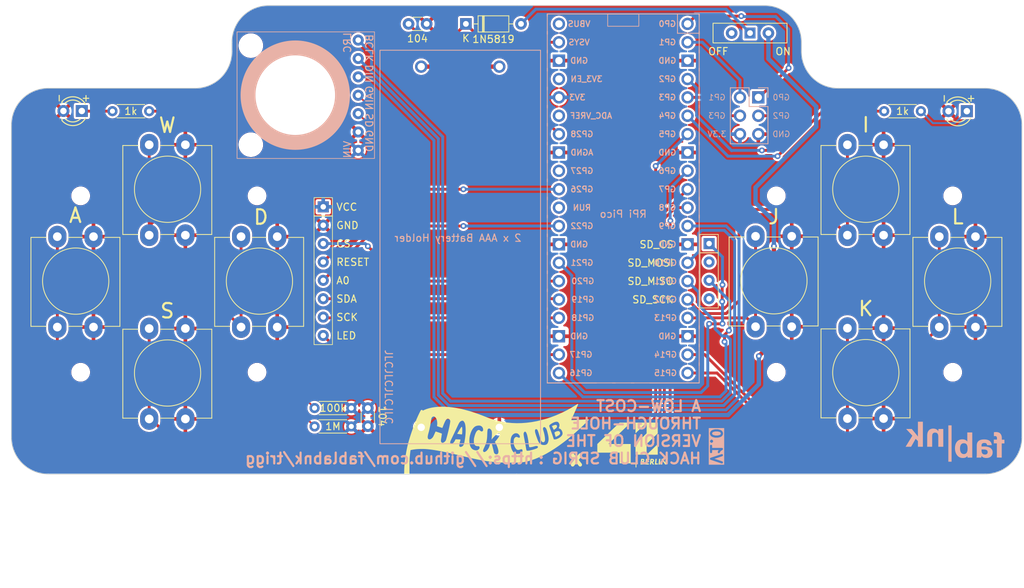
<source format=kicad_pcb>
(kicad_pcb (version 20240108) (generator "pcbnew") (generator_version "8.0")
  (layers (0 "F.Cu" signal) (31 "B.Cu" signal) (34 "B.Paste" user) (35 "F.Paste" user) (36 "B.SilkS" user "B.Silkscreen") (37 "F.SilkS" user "F.Silkscreen") (38 "B.Mask" user) (39 "F.Mask" user) (44 "Edge.Cuts" user))
  (net 0 "")
  (net 1 "+3V3")
  (net 2 "GND")
  (net 3 "Net-(D3-K)")
  (net 4 "LED_R")
  (net 5 "BTN_W")
  (net 6 "BTN_A")
  (net 7 "BTN_S")
  (net 8 "BTN_D")
  (net 9 "BTN_I")
  (net 10 "BTN_J")
  (net 11 "BTN_K")
  (net 12 "BTN_L")
  (net 13 "LITE")
  (net 14 "MISO")
  (net 15 "SCK")
  (net 16 "MOSI")
  (net 17 "TFT_CS")
  (net 18 "CARD_CS")
  (net 19 "D{slash}C")
  (net 20 "RESET")
  (net 21 "DIN")
  (net 22 "Net-(D1-A)")
  (net 23 "LRCLK")
  (net 24 "BCLK")
  (net 25 "LED_L")
  (net 26 "Net-(D2-A)")
  (net 27 "Net-(D3-A)")
  (net 28 "Net-(J1-Pin_2)")
  (net 29 "Net-(J1-Pin_4)")
  (net 30 "+5V")
  (net 31 "GPIO0")
  (net 32 "GPIO1")
  (net 33 "GPIO2")
  (net 34 "GPIO3")
  (net 40 "Net-(U2-SD)")
  (net 43 "Net-(U2-GAIN)")
  (footprint "Button_Switch_THT:SW_PUSH-12mm_Wuerth-430476085716" (layer "F.Cu") (at 114.3 104.14 90)
    (property "Reference" "SW4" (hide yes))
    (property "Value" "D")
  )
  (footprint "Diode_THT:D_DO-35_SOD27_P7.62mm_Horizontal" (layer "F.Cu") (at 145.38 62.23)
    (property "Reference" "D3" (hide yes))
    (property "Value" "1N5819")
  )
  (footprint "Button_Switch_THT:SW_PUSH-12mm_Wuerth-430476085716" (layer "F.Cu") (at 210.82 104.14 90)
    (property "Reference" "SW8" (hide yes))
    (property "Value" "L")
  )
  (footprint "Button_Switch_THT:SW_PUSH-12mm_Wuerth-430476085716" (layer "F.Cu") (at 101.6 116.84 90)
    (property "Reference" "SW3" (hide yes))
    (property "Value" "S")
  )
  (footprint "graphics:hcflag" (layer "F.Cu") (at 149.606 119.634)
    (property "Reference" "G***" (hide yes))
    (property "Value" "LOGO" (hide yes))
  )
  (footprint "" (layer "F.Cu") (at 212.852 109.6264)
    (property "Reference" "")
    (property "Value" "")
  )
  (footprint "Capacitor_THT:C_Disc_D3.0mm_W1.6mm_P2.50mm" (layer "F.Cu") (at 131.826 115.336 -90)
    (property "Reference" "C1" (hide yes))
    (property "Value" "1uF" (hide yes))
  )
  (footprint "" (layer "F.Cu") (at 91.948 110.3884)
    (property "Reference" "")
    (property "Value" "")
  )
  (footprint "" (layer "F.Cu") (at 188.468 109.6264)
    (property "Reference" "")
    (property "Value" "")
  )
  (footprint "Resistor_THT:R_Axial_DIN0204_L3.6mm_D1.6mm_P5.08mm_Horizontal" (layer "F.Cu") (at 203.2 74.295)
    (property "Reference" "R3" (hide yes))
    (property "Value" "1k")
  )
  (footprint "" (layer "F.Cu") (at 116.332 110.3884)
    (property "Reference" "")
    (property "Value" "")
  )
  (footprint "" (layer "F.Cu") (at 188.468 85.2424)
    (property "Reference" "")
    (property "Value" "")
  )
  (footprint "Button_Switch_THT:SW_PUSH-12mm_Wuerth-430476085716" (layer "F.Cu") (at 198.12 91.44 90)
    (property "Reference" "SW5" (hide yes))
    (property "Value" "I")
  )
  (footprint "Library:Generic_1.8Inch_TFT_120x160" (layer "F.Cu") (at 152.33 96.411051)
    (property "Reference" "U1" (hide yes))
    (property "Value" "Adafruit_TFT_ST7735" (hide yes))
  )
  (footprint "Resistor_THT:R_Axial_DIN0204_L3.6mm_D1.6mm_P5.08mm_Horizontal" (layer "F.Cu") (at 129.54 117.876 180)
    (property "Reference" "R1" (hide yes))
    (property "Value" "1M")
  )
  (footprint "Button_Switch_THT:SW_PUSH-12mm_Wuerth-430476085716" (layer "F.Cu") (at 198.12 116.79 90)
    (property "Reference" "SW7" (hide yes))
    (property "Value" "K")
  )
  (footprint "" (layer "F.Cu") (at 212.852 85.2424)
    (property "Reference" "")
    (property "Value" "")
  )
  (footprint "graphics:sprout_dino" (layer "F.Cu") (at 215.138 137.922)
    (property "Reference" "G***" (hide yes))
    (property "Value" "LOGO" (hide yes))
  )
  (footprint "" (layer "F.Cu") (at 91.948 86.0044)
    (property "Reference" "")
    (property "Value" "")
  )
  (footprint "Button_Switch_THT:SW_PUSH-12mm_Wuerth-430476085716" (layer "F.Cu") (at 101.6 91.44 90)
    (property "Reference" "SW1" (hide yes))
    (property "Value" "W")
  )
  (footprint "Button_Switch_THT:SW_PUSH-12mm_Wuerth-430476085716" (layer "F.Cu") (at 88.9 104.14 90)
    (property "Reference" "SW2" (hide yes))
    (property "Value" "A")
  )
  (footprint "" (layer "F.Cu") (at 116.332 86.0044)
    (property "Reference" "")
    (property "Value" "")
  )
  (footprint "Resistor_THT:R_Axial_DIN0204_L3.6mm_D1.6mm_P5.08mm_Horizontal" (layer "F.Cu") (at 129.54 115.336 180)
    (property "Reference" "R2" (hide yes))
    (property "Value" "100k")
  )
  (footprint "PCM_4ms_LED:LED_3mm_C1A2_Polarity_Indicator" (layer "F.Cu") (at 91.0148 74.2696)
    (property "Reference" "D2" (hide yes))
    (property "Value" "L_LED" (hide yes))
  )
  (footprint "Capacitor_THT:C_Disc_D3.0mm_W1.6mm_P2.50mm" (layer "F.Cu") (at 137.454 62.23)
    (property "Reference" "C4" (hide yes))
    (property "Value" "1uF" (hide yes))
  )
  (footprint "Button_Switch_THT:SW_Slide-03_Wuerth-WS-SLTV_10x2.5x6.4_P2.54mm" (layer "F.Cu") (at 184.658 63.5)
    (property "Reference" "SW9" (hide yes))
    (property "Value" "Slideswitch" (hide yes))
  )
  (footprint "PCM_4ms_LED:LED_3mm_C1A2_Polarity_Indicator" (layer "F.Cu") (at 213.36 74.295)
    (property "Reference" "D1" (hide yes))
    (property "Value" "R_LED" (hide yes))
  )
  (footprint "Button_Switch_THT:SW_PUSH-12mm_Wuerth-430476085716" (layer "F.Cu") (at 185.42 104.09 90)
    (property "Reference" "SW6" (hide yes))
    (property "Value" "J")
  )
  (footprint "graphics:spriglogo" (layer "F.Cu") (at 137.401997 76.823959)
    (property "Reference" "G***" (hide yes))
    (property "Value" "LOGO" (hide yes))
  )
  (footprint "Resistor_THT:R_Axial_DIN0204_L3.6mm_D1.6mm_P5.08mm_Horizontal" (layer "F.Cu") (at 101.6 74.295 180)
    (property "Reference" "R4" (hide yes))
    (property "Value" "1k")
  )
  (footprint "Library:1W_8Ohm_Speaker" (layer "B.Cu") (at 121.793 72.081)
    (property "Reference" "LS1" (hide yes))
    (property "Value" "Speaker")
  )
  (footprint "Library:Max98357A_ClassD_I2S_Mono_Amp_BreakoutBoard" (layer "B.Cu") (at 123.245 72.081 -90)
    (property "Reference" "U2" (hide yes))
    (property "Value" "MAX98357AETE+")
  )
  (footprint "Connector_PinHeader_2.54mm:PinHeader_2x03_P2.54mm_Vertical" (layer "B.Cu") (at 185.806 72.39 180)
    (property "Reference" "J2" (hide yes))
    (property "Value" "Conn_PinHeader_2x03_P2.54mm_Vertical_SMD")
  )
  (footprint "local:1022" (layer "B.Cu") (at 144.6 93.07 90)
    (property "Reference" "J1" (hide yes))
    (property "Value" "2 x AAA Battery Holder")
  )
  (footprint "graphics:oshlogo" (layer "B.Cu") (at 89.296749 121.416331 180)
    (property "Reference" "G***" (hide yes))
    (property "Value" "LOGO" (hide yes))
  )
  (footprint "fab:RPi_Pico_SMD_TH_mod" (layer "B.Cu") (at 167.132 86.36 180)
    (property "Reference" "U5" (hide yes))
    (property "Value" "RPi Pico")
  )
  (gr_poly (pts (xy 214.690854 119.975313) (xy 214.669899 119.945586) (xy 214.646619 119.916092) (xy 214.620858 119.887063) (xy 214.592462 119.858731) (xy 214.577227 119.844899) (xy 214.561275 119.831329) (xy 214.544587 119.81805) (xy 214.527143 119.805091) (xy 214.508924 119.79248) (xy 214.48991 119.780247) (xy 214.470082 119.768421) (xy 214.449421 119.757032) (xy 214.427908 119.746107) (xy 214.405522 119.735676) (xy 214.382245 119.725769) (xy 214.358058 119.716414) (xy 214.33294 119.70764) (xy 214.306872 119.699477) (xy 214.279836 119.691953) (xy 214.251811 119.685098) (xy 214.222778 119.67894) (xy 214.192719 119.673509) (xy 214.161613 119.668834) (xy 214.129441 119.664944) (xy 214.096184 119.661868) (xy 214.061822 119.659634) (xy 214.026337 119.658273) (xy 213.989708 119.657813) (xy 213.927463 119.659428) (xy 213.867232 119.664221) (xy 213.80901 119.672114) (xy 213.752797 119.683031) (xy 213.69859 119.696893) (xy 213.646386 119.713623) (xy 213.596183 119.733144) (xy 213.547978 119.755378) (xy 213.501769 119.780247) (xy 213.457554 119.807674) (xy 213.41533 119.837582) (xy 213.375094 119.869893) (xy 213.336845 119.904529) (xy 213.30058 119.941413) (xy 213.266297 119.980468) (xy 213.233992 120.021615) (xy 213.203664 120.064778) (xy 213.17531 120.109878) (xy 213.148928 120.156839) (xy 213.124515 120.205583) (xy 213.10207 120.256032) (xy 213.081589 120.308109) (xy 213.063069 120.361737) (xy 213.04651 120.416837) (xy 213.031908 120.473332) (xy 213.01926 120.531145) (xy 213.008565 120.590198) (xy 212.99982 120.650414) (xy 212.993023 120.711715) (xy 212.98817 120.774024) (xy 212.984292 120.901355) (xy 212.988623 121.029726) (xy 213.001577 121.156275) (xy 213.023097 121.280111) (xy 213.053125 121.400342) (xy 213.091601 121.516078) (xy 213.138468 121.626427) (xy 213.193668 121.730497) (xy 213.224375 121.779898) (xy 213.257143 121.827396) (xy 213.291965 121.872879) (xy 213.328834 121.916235) (xy 213.367743 121.957352) (xy 213.408684 121.99612) (xy 213.45165 122.032427) (xy 213.496634 122.066161) (xy 213.543629 122.097211) (xy 213.592626 122.125466) (xy 213.64362 122.150814) (xy 213.696603 122.173144) (xy 213.751567 122.192344) (xy 213.808505 122.208303) (xy 213.86741 122.22091) (xy 213.928274 122.230052) (xy 213.991092 122.23562) (xy 214.055854 122.2375) (xy 214.122868 122.236267) (xy 214.185174 122.232591) (xy 214.243023 122.226513) (xy 214.296666 122.21807) (xy 214.346356 122.207302) (xy 214.392345 122.194247) (xy 214.434884 122.178944) (xy 214.474226 122.161432) (xy 214.510623 122.14175) (xy 214.544325 122.119936) (xy 214.575586 122.096029) (xy 214.604658 122.070068) (xy 214.631791 122.042092) (xy 214.657238 122.012139) (xy 214.681252 121.980249) (xy 214.704083 121.946459) (xy 214.704677 121.976767) (xy 214.706357 122.007851) (xy 214.708966 122.039244) (xy 214.712351 122.070483) (xy 214.716356 122.101101) (xy 214.720826 122.130634) (xy 214.725606 122.158617) (xy 214.730542 122.184585) (xy 215.378771 122.184585) (xy 215.378771 121.377606) (xy 215.378771 120.954271) (xy 214.730542 120.954271) (xy 214.729108 121.030174) (xy 214.724651 121.103849) (xy 214.716938 121.174926) (xy 214.705737 121.243039) (xy 214.690815 121.307819) (xy 214.67194 121.368897) (xy 214.64888 121.425906) (xy 214.635707 121.452769) (xy 214.621401 121.478477) (xy 214.605932 121.502983) (xy 214.589271 121.526242) (xy 214.571389 121.548207) (xy 214.552258 121.568833) (xy 214.531847 121.588073) (xy 214.510129 121.605882) (xy 214.487073 121.622213) (xy 214.462651 121.63702) (xy 214.436834 121.650258) (xy 214.409592 121.66188) (xy 214.380897 121.67184) (xy 214.35072 121.680093) (xy 214.319031 121.686591) (xy 214.285801 121.69129) (xy 214.251002 121.694143) (xy 214.214604 121.695105) (xy 214.18166 121.694217) (xy 214.149798 121.691571) (xy 214.119017 121.687191) (xy 214.089314 121.6811) (xy 214.060687 121.673324) (xy 214.033132 121.663886) (xy 214.006649 121.65281) (xy 213.981233 121.640121) (xy 213.956883 121.625843) (xy 213.933597 121.61) (xy 213.911372 121.592617) (xy 213.890205 121.573717) (xy 213.870094 121.553325) (xy 213.851037 121.531465) (xy 213.833032 121.508161) (xy 213.816075 121.483438) (xy 213.800165 121.45732) (xy 213.785299 121.42983) (xy 213.771474 121.400994) (xy 213.758688 121.370835) (xy 213.74694 121.339378) (xy 213.736225 121.306647) (xy 213.726543 121.272665) (xy 213.71789 121.237458) (xy 213.710264 121.20105) (xy 213.703663 121.163464) (xy 213.698084 121.124726) (xy 213.693525 121.084858) (xy 213.689983 121.043886) (xy 213.687456 121.001833) (xy 213.685437 120.914584) (xy 213.687307 120.838978) (xy 213.692956 120.766144) (xy 213.702442 120.696371) (xy 213.715823 120.62995) (xy 213.733157 120.567173) (xy 213.754503 120.50833) (xy 213.779918 120.453711) (xy 213.79417 120.428077) (xy 213.809461 120.403607) (xy 213.825798 120.38034) (xy 213.843189 120.35831) (xy 213.861641 120.337554) (xy 213.881162 120.318109) (xy 213.901758 120.30001) (xy 213.923436 120.283295) (xy 213.946205 120.267999) (xy 213.970071 120.254159) (xy 213.995042 120.241811) (xy 214.021124 120.230992) (xy 214.048326 120.221737) (xy 214.076654 120.214084) (xy 214.106115 120.208068) (xy 214.136718 120.203726) (xy 214.168469 120.201094) (xy 214.201375 120.200209) (xy 214.237811 120.200945) (xy 214.272721 120.203154) (xy 214.306129 120.206836) (xy 214.338059 120.211991) (xy 214.368536 120.218619) (xy 214.397584 120.226719) (xy 214.425227 120.236292) (xy 214.451489 120.247338) (xy 214.476395 120.259856) (xy 214.499968 120.273848) (xy 214.522233 120.289312) (xy 214.543215 120.306249) (xy 214.562936 120.324659) (xy 214.581423 120.344541) (xy 214.598698 120.365897) (xy 214.614786 120.388725) (xy 214.629712 120.413025) (xy 214.643499 120.438799) (xy 214.656172 120.466046) (xy 214.667755 120.494765) (xy 214.678272 120.524957) (xy 214.687747 120.556621) (xy 214.696205 120.589759) (xy 214.70367 120.624369) (xy 214.710166 120.660452) (xy 214.715717 120.698008) (xy 214.724082 120.777538) (xy 214.728959 120.862959) (xy 214.730542 120.954271) (xy 215.378771 120.954271) (xy 215.37877 118.705313) (xy 214.690854 118.705313)) (fill solid) (layer "B.SilkS"))
  (gr_poly (pts (xy 218.640948 118.652991) (xy 218.595525 118.65467) (xy 218.550721 118.65728) (xy 218.507468 118.660665) (xy 218.466695 118.66467) (xy 218.429333 118.66914) (xy 218.396312 118.67392) (xy 218.368562 118.678855) (xy 218.368562 119.221251) (xy 218.376155 119.221102) (xy 218.384039 119.220682) (xy 218.400601 119.219184) (xy 218.418094 119.217065) (xy 218.436361 119.214636) (xy 218.455249 119.212207) (xy 218.474602 119.210089) (xy 218.484404 119.209243) (xy 218.494265 119.20859) (xy 218.504164 119.20817) (xy 218.514083 119.208022) (xy 218.549904 119.208975) (xy 218.566787 119.210191) (xy 218.582993 119.211923) (xy 218.598531 119.214189) (xy 218.613408 119.217004) (xy 218.627631 119.220386) (xy 218.641207 119.224351) (xy 218.654143 119.228918) (xy 218.666448 119.234102) (xy 218.678127 119.239921) (xy 218.689188 119.246391) (xy 218.69964 119.25353) (xy 218.709488 119.261355) (xy 218.71874 119.269882) (xy 218.727403 119.279128) (xy 218.735485 119.289111) (xy 218.742993 119.299847) (xy 218.749935 119.311354) (xy 218.756316 119.323648) (xy 218.762145 119.336746) (xy 218.76743 119.350665) (xy 218.772176 119.365422) (xy 218.776392 119.381034) (xy 218.780085 119.397519) (xy 218.783262 119.414892) (xy 218.78593 119.433171) (xy 218.788097 119.452374) (xy 218.790956 119.493615) (xy 218.791895 119.538751) (xy 218.791895 119.697501) (xy 218.355333 119.697501) (xy 218.355333 120.213439) (xy 218.778666 120.213439) (xy 218.778666 122.171355) (xy 219.453354 122.184585) (xy 219.453354 120.226668) (xy 219.82377 120.226668) (xy 219.82377 119.71073) (xy 219.466583 119.71073) (xy 219.466583 119.499063) (xy 219.463631 119.406711) (xy 219.454749 119.318351) (xy 219.439898 119.234254) (xy 219.430223 119.193889) (xy 219.41904 119.154692) (xy 219.406347 119.116696) (xy 219.392136 119.079935) (xy 219.376405 119.044444) (xy 219.359147 119.010256) (xy 219.340359 118.977405) (xy 219.320035 118.945925) (xy 219.29817 118.91585) (xy 219.27476 118.887214) (xy 219.249799 118.860051) (xy 219.223284 118.834394) (xy 219.195208 118.810278) (xy 219.165568 118.787737) (xy 219.134357 118.766804) (xy 219.101573 118.747513) (xy 219.067209 118.729899) (xy 219.03126 118.713995) (xy 218.993723 118.699835) (xy 218.954592 118.687452) (xy 218.913862 118.676882) (xy 218.871529 118.668158) (xy 218.827587 118.661313) (xy 218.782031 118.656382) (xy 218.734858 118.653398) (xy 218.686062 118.652396)) (fill solid) (layer "B.SilkS"))
  (gr_poly (pts (xy 207.864604 119.274167) (xy 207.789157 119.173915) (xy 207.702547 119.062501) (xy 207.606015 118.941164) (xy 207.500802 118.811146) (xy 207.269291 118.530027) (xy 207.017937 118.229063) (xy 206.237417 118.229063) (xy 207.097312 119.155105) (xy 206.158041 120.689688) (xy 206.925333 120.689688) (xy 207.547104 119.591668) (xy 207.864604 119.895939) (xy 207.864604 120.689688) (xy 208.55252 120.689688) (xy 208.55252 117.223647) (xy 207.864604 117.223647)) (fill solid) (layer "B.SilkS"))
  (gr_poly (pts (xy 209.922624 118.177114) (xy 209.878167 118.180013) (xy 209.834703 118.184834) (xy 209.792265 118.191572) (xy 209.750882 118.200219) (xy 209.710587 118.210767) (xy 209.671411 118.223209) (xy 209.633385 118.237538) (xy 209.596542 118.253747) (xy 209.560913 118.271829) (xy 209.526528 118.291775) (xy 209.49342 118.31358) (xy 209.46162 118.337235) (xy 209.43116 118.362734) (xy 209.40207 118.390069) (xy 209.374383 118.419233) (xy 209.348131 118.450218) (xy 209.323343 118.483017) (xy 209.300053 118.517624) (xy 209.278291 118.554031) (xy 209.258089 118.59223) (xy 209.239479 118.632214) (xy 209.222492 118.673976) (xy 209.207159 118.717509) (xy 209.193512 118.762805) (xy 209.181582 118.809858) (xy 209.171402 118.85866) (xy 209.163001 118.909203) (xy 209.156413 118.96148) (xy 209.151668 119.015485) (xy 209.148798 119.07121) (xy 209.147834 119.128647) (xy 209.147834 120.689688) (xy 209.83575 120.689688) (xy 209.83575 119.208022) (xy 209.836864 119.156891) (xy 209.840323 119.107795) (xy 209.846302 119.060909) (xy 209.854974 119.016406) (xy 209.866514 118.97446) (xy 209.873414 118.954502) (xy 209.881096 118.935248) (xy 209.889583 118.91672) (xy 209.898895 118.898942) (xy 209.909056 118.881933) (xy 209.920086 118.865717) (xy 209.932007 118.850315) (xy 209.944842 118.835748) (xy 209.958612 118.822039) (xy 209.973338 118.809209) (xy 209.989044 118.79728) (xy 210.005749 118.786274) (xy 210.023477 118.776213) (xy 210.042249 118.767118) (xy 210.062087 118.759012) (xy 210.083012 118.751916) (xy 210.105047 118.745851) (xy 210.128213 118.740841) (xy 210.152532 118.736906) (xy 210.178026 118.734068) (xy 210.204716 118.732349) (xy 210.232625 118.731772) (xy 210.260686 118.73224) (xy 210.287819 118.733661) (xy 210.314027 118.736055) (xy 210.339311 118.739446) (xy 210.363676 118.743853) (xy 210.387122 118.7493) (xy 210.409652 118.755807) (xy 210.43127 118.763398) (xy 210.451976 118.772093) (xy 210.471774 118.781914) (xy 210.490667 118.792883) (xy 210.508655 118.805023) (xy 210.525743 118.818354) (xy 210.541932 118.832899) (xy 210.557224 118.848679) (xy 210.571623 118.865717) (xy 210.58513 118.884033) (xy 210.597749 118.903651) (xy 210.60948 118.924591) (xy 210.620328 118.946875) (xy 210.630294 118.970525) (xy 210.639381 118.995564) (xy 210.64759 119.022012) (xy 210.654925 119.049892) (xy 210.661389 119.079225) (xy 210.666982 119.110033) (xy 210.671709 119.142339) (xy 210.67557 119.176163) (xy 210.678569 119.211528) (xy 210.680709 119.248455) (xy 210.682417 119.327084) (xy 210.682417 120.689688) (xy 211.370333 120.689688) (xy 211.370333 118.229063) (xy 210.708875 118.229063) (xy 210.70394 118.258441) (xy 210.69916 118.295416) (xy 210.69469 118.337661) (xy 210.690685 118.382852) (xy 210.687301 118.428663) (xy 210.684691 118.472769) (xy 210.683012 118.512844) (xy 210.682417 118.546563) (xy 210.66611 118.516242) (xy 210.646838 118.485068) (xy 210.624427 118.453429) (xy 210.598701 118.421713) (xy 210.569488 118.390307) (xy 210.553519 118.374841) (xy 210.536612 118.359598) (xy 210.518746 118.344626) (xy 210.499899 118.329974) (xy 210.480049 118.315691) (xy 210.459175 118.301824) (xy 210.437254 118.288422) (xy 210.414265 118.275533) (xy 210.390186 118.263207) (xy 210.364994 118.251491) (xy 210.33867 118.240434) (xy 210.31119 118.230084) (xy 210.282532 118.22049) (xy 210.252676 118.2117) (xy 210.221598 118.203763) (xy 210.189278 118.196727) (xy 210.155694 118.19064) (xy 210.120823 118.185552) (xy 210.084645 118.18151) (xy 210.047136 118.178562) (xy 210.008276 118.176759) (xy 209.968042 118.176147)) (fill solid) (layer "B.SilkS"))
  (gr_poly (pts (xy 212.071479 122.753438) (xy 212.52127 122.753438) (xy 212.52127 117.726355) (xy 212.071479 117.726355)) (fill solid) (layer "B.SilkS"))
  (gr_poly (pts (xy 216.898742 119.674156) (xy 216.785506 119.683548) (xy 216.679556 119.699296) (xy 216.580971 119.721478) (xy 216.534464 119.735006) (xy 216.489826 119.750172) (xy 216.447069 119.766984) (xy 216.406201 119.785454) (xy 216.367232 119.80559) (xy 216.330172 119.827402) (xy 216.295031 119.8509) (xy 216.261817 119.876094) (xy 216.230542 119.902993) (xy 216.201214 119.931608) (xy 216.173843 119.961946) (xy 216.148439 119.99402) (xy 216.125012 120.027837) (xy 216.103571 120.063408) (xy 216.084126 120.100743) (xy 216.066687 120.139851) (xy 216.051263 120.180741) (xy 216.037864 120.223424) (xy 216.026501 120.26791) (xy 216.017181 120.314207) (xy 216.009916 120.362326) (xy 216.004714 120.412276) (xy 216.001586 120.464067) (xy 216.000541 120.517709) (xy 216.000541 121.549585) (xy 215.998267 121.741821) (xy 215.992273 121.936537) (xy 215.988268 122.023199) (xy 215.983798 122.096528) (xy 215.979018 122.151873) (xy 215.974083 122.184585) (xy 216.622312 122.184585) (xy 216.627273 122.161873) (xy 216.632234 122.134355) (xy 216.642156 122.070482) (xy 216.652077 122.00413) (xy 216.657038 121.973512) (xy 216.661999 121.946459) (xy 216.680189 121.973709) (xy 216.70024 122.000745) (xy 216.722461 122.027355) (xy 216.734482 122.040434) (xy 216.747162 122.053326) (xy 216.76054 122.066005) (xy 216.774654 122.078444) (xy 216.789543 122.090616) (xy 216.805246 122.102496) (xy 216.821802 122.114056) (xy 216.839249 122.125269) (xy 216.857627 122.136109) (xy 216.876973 122.14655) (xy 216.897327 122.156564) (xy 216.918728 122.166126) (xy 216.941213 122.175207) (xy 216.964823 122.183783) (xy 216.989595 122.191825) (xy 217.015569 122.199308) (xy 217.042783 122.206205) (xy 217.071277 122.212489) (xy 217.101087 122.218133) (xy 217.132255 122.223112) (xy 217.164817 122.227397) (xy 217.198814 122.230963) (xy 217.234283 122.233783) (xy 217.271264 122.235831) (xy 217.309795 122.237078) (xy 217.349916 122.2375) (xy 217.404721 122.236388) (xy 217.457529 122.233098) (xy 217.508354 122.227701) (xy 217.557216 122.220266) (xy 217.604129 122.210865) (xy 217.649113 122.199567) (xy 217.692182 122.186442) (xy 217.733355 122.171561) (xy 217.772648 122.154994) (xy 217.810078 122.136812) (xy 217.845663 122.117084) (xy 217.879418 122.095881) (xy 217.911362 122.073273) (xy 217.941511 122.04933) (xy 217.969882 122.024123) (xy 217.996491 121.997722) (xy 218.021357 121.970196) (xy 218.044495 121.941617) (xy 218.065924 121.912054) (xy 218.085659 121.881579) (xy 218.103718 121.85026) (xy 218.120117 121.818168) (xy 218.134875 121.785375) (xy 218.148006 121.751948) (xy 218.169462 121.68348) (xy 218.184619 121.613326) (xy 218.193614 121.542048) (xy 218.196582 121.470208) (xy 218.195566 121.430521) (xy 217.508666 121.430521) (xy 217.507416 121.462577) (xy 217.503628 121.494109) (xy 217.500763 121.509613) (xy 217.497243 121.524905) (xy 217.493058 121.53996) (xy 217.488202 121.554752) (xy 217.482669 121.569252) (xy 217.476449 121.583435) (xy 217.469537 121.597275) (xy 217.461925 121.610743) (xy 217.453606 121.623814) (xy 217.444571 121.636462) (xy 217.434815 121.648659) (xy 217.42433 121.660378) (xy 217.413109 121.671594) (xy 217.401144 121.682279) (xy 217.388428 121.692408) (xy 217.374954 121.701952) (xy 217.360714 121.710886) (xy 217.345702 121.719183) (xy 217.329909 121.726816) (xy 217.313329 121.733759) (xy 217.295955 121.739985) (xy 217.277779 121.745467) (xy 217.258794 121.750179) (xy 217.238993 121.754093) (xy 217.218368 121.757185) (xy 217.196912 121.759426) (xy 217.174618 121.76079) (xy 217.151479 121.761251) (xy 217.111665 121.760368) (xy 217.074038 121.757756) (xy 217.038539 121.753468) (xy 217.005105 121.747556) (xy 216.973677 121.740075) (xy 216.944195 121.731078) (xy 216.916597 121.720617) (xy 216.890823 121.708747) (xy 216.866812 121.69552) (xy 216.844505 121.68099) (xy 216.823839 121.665211) (xy 216.804756 121.648234) (xy 216.787193 121.630114) (xy 216.771092 121.610904) (xy 216.75639 121.590658) (xy 216.743028 121.569427) (xy 216.730945 121.547267) (xy 216.720081 121.52423) (xy 216.710374 121.500369) (xy 216.701765 121.475738) (xy 216.694192 121.45039) (xy 216.687596 121.424378) (xy 216.677089 121.370576) (xy 216.669761 121.314759) (xy 216.665126 121.257353) (xy 216.662701 121.198785) (xy 216.662 121.13948) (xy 216.662 121.060104) (xy 216.939812 121.060104) (xy 217.013784 121.061648) (xy 217.082 121.066254) (xy 217.144596 121.073883) (xy 217.201708 121.084496) (xy 217.253472 121.098055) (xy 217.300023 121.11452) (xy 217.321386 121.123831) (xy 217.341496 121.133854) (xy 217.360371 121.144584) (xy 217.378028 121.156016) (xy 217.394484 121.168147) (xy 217.409754 121.18097) (xy 217.423858 121.194481) (xy 217.43681 121.208675) (xy 217.448629 121.223547) (xy 217.459331 121.239093) (xy 217.468934 121.255307) (xy 217.477454 121.272185) (xy 217.484908 121.289722) (xy 217.491313 121.307913) (xy 217.496686 121.326753) (xy 217.501044 121.346237) (xy 217.506783 121.38712) (xy 217.508666 121.430521) (xy 218.195566 121.430521) (xy 218.19527 121.41897) (xy 218.191353 121.369433) (xy 218.184864 121.321591) (xy 218.175834 121.27544) (xy 218.164295 121.230975) (xy 218.150277 121.188191) (xy 218.133813 121.147083) (xy 218.114934 121.107646) (xy 218.093671 121.069877) (xy 218.070056 121.033768) (xy 218.04412 120.999317) (xy 218.015896 120.966518) (xy 217.985414 120.935366) (xy 217.952705 120.905856) (xy 217.917802 120.877984) (xy 217.880736 120.851745) (xy 217.841538 120.827133) (xy 217.80024 120.804144) (xy 217.756874 120.782774) (xy 217.71147 120.763016) (xy 217.66406 120.744867) (xy 217.614677 120.728322) (xy 217.56335 120.713375) (xy 217.510113 120.700023) (xy 217.454995 120.688259) (xy 217.39803 120.678079) (xy 217.339248 120.669479) (xy 217.27868 120.662454) (xy 217.216359 120.656998) (xy 217.152315 120.653107) (xy 217.019187 120.65) (xy 216.662 120.65) (xy 216.662 120.504479) (xy 216.66282 120.472275) (xy 216.665462 120.440323) (xy 216.670197 120.408875) (xy 216.677296 120.378182) (xy 216.681817 120.363198) (xy 216.68703 120.348497) (xy 216.692971 120.334111) (xy 216.699672 120.320072) (xy 216.707167 120.30641) (xy 216.715491 120.293158) (xy 216.724678 120.280347) (xy 216.73476 120.268008) (xy 216.745773 120.256173) (xy 216.75775 120.244873) (xy 216.770724 120.23414) (xy 216.784731 120.224006) (xy 216.799804 120.214501) (xy 216.815976 120.205657) (xy 216.833282 120.197506) (xy 216.851755 120.19008) (xy 216.87143 120.183409) (xy 216.892341 120.177526) (xy 216.91452 120.172461) (xy 216.938003 120.168247) (xy 216.962823 120.164914) (xy 216.989014 120.162495) (xy 217.01661 120.16102) (xy 217.045645 120.160521) (xy 217.07224 120.160868) (xy 217.09748 120.161903) (xy 217.121407 120.163617) (xy 217.144063 120.165999) (xy 217.165488 120.16904) (xy 217.185724 120.17273) (xy 217.204812 120.177059) (xy 217.222792 120.182019) (xy 217.239707 120.187598) (xy 217.255597 120.193788) (xy 217.270504 120.200578) (xy 217.284468 120.20796) (xy 217.297531 120.215923) (xy 217.309734 120.224458) (xy 217.321119 120.233554) (xy 217.331726 120.243203) (xy 217.341597 120.253395) (xy 217.350772 120.264119) (xy 217.359293 120.275367) (xy 217.367202 120.287128) (xy 217.374539 120.299393) (xy 217.381345 120.312153) (xy 217.393531 120.339115) (xy 217.404089 120.367937) (xy 217.413349 120.398543) (xy 217.42164 120.430853) (xy 217.429291 120.464792) (xy 218.07752 120.464792) (xy 218.067379 120.383934) (xy 218.051579 120.305344) (xy 218.041435 120.267027) (xy 218.029732 120.229428) (xy 218.016421 120.1926) (xy 218.001452 120.156594) (xy 217.984779 120.121459) (xy 217.966351 120.087247) (xy 217.946122 120.054009) (xy 217.924041 120.021796) (xy 217.900062 119.990658) (xy 217.874135 119.960646) (xy 217.846212 119.931812) (xy 217.816244 119.904206) (xy 217.784184 119.877879) (xy 217.749982 119.852882) (xy 217.713591 119.829265) (xy 217.674961 119.80708) (xy 217.634044 119.786378) (xy 217.590793 119.767209) (xy 217.545158 119.749624) (xy 217.497091 119.733674) (xy 217.446543 119.71941) (xy 217.393466 119.706883) (xy 217.337812 119.696143) (xy 217.279533 119.687243) (xy 217.218579 119.680231) (xy 217.154902 119.67516) (xy 217.088454 119.67208) (xy 217.019187 119.671042)) (fill solid) (layer "B.SilkS"))
  (gr_poly (pts (xy 168.952538 123.540409) (xy 168.834824 123.540409) (xy 168.834824 122.055978) (xy 168.952538 122.055978)) (fill solid) (layer "F.SilkS"))
  (gr_poly (pts (xy 171.685419 122.991388) (xy 171.92021 122.991388) (xy 171.902034 123.144622) (xy 171.49357 123.144622) (xy 171.586596 122.356658) (xy 171.76035 122.356658)) (fill solid) (layer "F.SilkS"))
  (gr_poly (pts (xy 172.935019 122.869381) (xy 172.996059 122.356658) (xy 173.169731 122.356658) (xy 173.077418 123.145352) (xy 172.926289 123.145352) (xy 172.577356 122.629724) (xy 172.517745 123.145352) (xy 172.344073 123.145352) (xy 172.437815 122.356658) (xy 172.589024 122.356658)) (fill solid) (layer "F.SilkS"))
  (gr_poly (pts (xy 165.083776 120.306704) (xy 168.164216 120.306704) (xy 168.164216 122.983625) (xy 166.624 122.983625) (xy 166.624 121.504274) (xy 163.544282 121.504274) (xy 163.544282 120.306704) (xy 166.624 117.348) (xy 168.164216 117.348)) (fill solid) (layer "F.SilkS"))
  (gr_poly (pts (xy 171.165039 122.357095) (xy 171.178421 122.357749) (xy 171.191726 122.35879) (xy 171.204935 122.360291) (xy 171.218027 122.362324) (xy 171.230981 122.364961) (xy 171.243776 122.368275) (xy 171.256394 122.372337) (xy 171.268812 122.377221) (xy 171.281011 122.382999) (xy 171.292969 122.389743) (xy 171.304667 122.397525) (xy 171.316085 122.406418) (xy 171.327201 122.416494) (xy 171.337995 122.427826) (xy 171.342916 122.433402) (xy 171.347828 122.439517) (xy 171.352688 122.446184) (xy 171.357454 122.453413) (xy 171.362083 122.461217) (xy 171.366533 122.469608) (xy 171.370762 122.478596) (xy 171.374725 122.488194) (xy 171.378382 122.498412) (xy 171.38169 122.509264) (xy 171.384605 122.520761) (xy 171.387086 122.532914) (xy 171.389089 122.545735) (xy 171.390573 122.559235) (xy 171.391494 122.573427) (xy 171.391731 122.580786) (xy 171.391811 122.588322) (xy 171.391524 122.60216) (xy 171.390674 122.615617) (xy 171.389281 122.62869) (xy 171.387362 122.641372) (xy 171.384936 122.653658) (xy 171.38202 122.665543) (xy 171.378634 122.677022) (xy 171.374795 122.68809) (xy 171.370522 122.69874) (xy 171.365832 122.708968) (xy 171.360745 122.718768) (xy 171.355278 122.728135) (xy 171.349449 122.737064) (xy 171.343278 122.74555) (xy 171.336781 122.753586) (xy 171.329979 122.761169) (xy 171.323705 122.767305) (xy 171.317164 122.773179) (xy 171.310378 122.778788) (xy 171.303369 122.784126) (xy 171.296159 122.789187) (xy 171.288772 122.793966) (xy 171.281228 122.798457) (xy 171.273552 122.802656) (xy 171.265765 122.806558) (xy 171.25789 122.810156) (xy 171.249949 122.813446) (xy 171.241964 122.816422) (xy 171.233959 122.819078) (xy 171.225955 122.821411) (xy 171.217975 122.823414) (xy 171.210042 122.825082) (xy 171.404113 123.145352) (xy 171.201311 123.145352) (xy 171.019622 122.83452) (xy 170.983267 123.145352) (xy 170.809596 123.145352) (xy 170.860003 122.714687) (xy 171.033432 122.714687) (xy 171.076296 122.714687) (xy 171.087554 122.714483) (xy 171.093597 122.714189) (xy 171.099864 122.713734) (xy 171.106314 122.713092) (xy 171.112909 122.712237) (xy 171.119608 122.711144) (xy 171.126371 122.709787) (xy 171.13316 122.70814) (xy 171.139934 122.706179) (xy 171.146655 122.703877) (xy 171.153281 122.701209) (xy 171.159774 122.698149) (xy 171.166093 122.694673) (xy 171.1722 122.690753) (xy 171.178055 122.686366) (xy 171.180854 122.684024) (xy 171.183524 122.681628) (xy 171.186067 122.67918) (xy 171.188486 122.676683) (xy 171.190783 122.674138) (xy 171.192962 122.671548) (xy 171.196974 122.666235) (xy 171.200542 122.660761) (xy 171.203689 122.65514) (xy 171.206435 122.649387) (xy 171.208801 122.643518) (xy 171.21081 122.637546) (xy 171.212481 122.631486) (xy 171.213837 122.625355) (xy 171.214899 122.619166) (xy 171.215688 122.612934) (xy 171.216225 122.606675) (xy 171.216532 122.600403) (xy 171.216629 122.594132) (xy 171.216556 122.589422) (xy 171.216318 122.584569) (xy 171.215887 122.579601) (xy 171.215236 122.574547) (xy 171.214337 122.569433) (xy 171.213164 122.564286) (xy 171.211689 122.559136) (xy 171.209883 122.554009) (xy 171.207721 122.548934) (xy 171.205174 122.543936) (xy 171.202215 122.539046) (xy 171.200572 122.536649) (xy 171.198816 122.534289) (xy 171.196943 122.531969) (xy 171.19495 122.529694) (xy 171.192834 122.527465) (xy 171.19059 122.525288) (xy 171.188216 122.523164) (xy 171.185708 122.521099) (xy 171.183063 122.519094) (xy 171.180277 122.517154) (xy 171.175932 122.514428) (xy 171.171354 122.511963) (xy 171.166549 122.509747) (xy 171.161521 122.507768) (xy 171.156275 122.506014) (xy 171.150818 122.504475) (xy 171.145154 122.503138) (xy 171.139289 122.501992) (xy 171.133228 122.501024) (xy 171.126975 122.500223) (xy 171.120537 122.499578) (xy 171.113917 122.499076) (xy 171.107123 122.498706) (xy 171.100158 122.498457) (xy 171.08574 122.498271) (xy 171.059627 122.498271) (xy 171.033432 122.714687) (xy 170.860003 122.714687) (xy 170.901909 122.356658) (xy 171.138129 122.356658)) (fill solid) (layer "F.SilkS"))
  (gr_poly (pts (xy 172.176115 123.144622) (xy 172.002364 123.144622) (xy 172.094676 122.356658) (xy 172.268428 122.356658)) (fill solid) (layer "F.SilkS"))
  (gr_poly (pts (xy 169.861251 122.357003) (xy 169.8716 122.357515) (xy 169.882178 122.358325) (xy 169.892931 122.359489) (xy 169.903805 122.36106) (xy 169.914744 122.363093) (xy 169.925695 122.365642) (xy 169.936603 122.368762) (xy 169.947415 122.372506) (xy 169.958074 122.376928) (xy 169.968528 122.382084) (xy 169.97872 122.388028) (xy 169.988599 122.394813) (xy 169.993403 122.398538) (xy 169.998107 122.402494) (xy 170.002706 122.406687) (xy 170.007193 122.411125) (xy 170.012173 122.416511) (xy 170.017009 122.422319) (xy 170.021675 122.428547) (xy 170.026147 122.435191) (xy 170.030402 122.442248) (xy 170.034413 122.449714) (xy 170.038158 122.457587) (xy 170.041612 122.465863) (xy 170.044751 122.47454) (xy 170.04755 122.483613) (xy 170.049985 122.49308) (xy 170.052032 122.502937) (xy 170.053666 122.513182) (xy 170.054863 122.52381) (xy 170.0556 122.534819) (xy 170.055851 122.546206) (xy 170.055707 122.55561) (xy 170.055278 122.564763) (xy 170.054567 122.57367) (xy 170.053576 122.582334) (xy 170.052309 122.59076) (xy 170.050769 122.598952) (xy 170.048959 122.606915) (xy 170.046881 122.614652) (xy 170.044539 122.622167) (xy 170.041936 122.629466) (xy 170.039075 122.636552) (xy 170.035959 122.643429) (xy 170.032591 122.650101) (xy 170.028974 122.656574) (xy 170.025111 122.66285) (xy 170.021004 122.668935) (xy 170.016326 122.67539) (xy 170.011555 122.681416) (xy 170.006704 122.68703) (xy 170.001785 122.692246) (xy 169.996809 122.697078) (xy 169.991789 122.701543) (xy 169.986737 122.705654) (xy 169.981665 122.709426) (xy 169.976583 122.712875) (xy 169.971506 122.716016) (xy 169.966444 122.718863) (xy 169.96141 122.721431) (xy 169.956415 122.723735) (xy 169.951472 122.72579) (xy 169.946592 122.727611) (xy 169.941787 122.729213) (xy 169.948887 122.731092) (xy 169.955749 122.733179) (xy 169.962375 122.735459) (xy 169.968766 122.737919) (xy 169.974923 122.740545) (xy 169.980848 122.743323) (xy 169.98654 122.746239) (xy 169.992002 122.749279) (xy 169.997234 122.752431) (xy 170.002238 122.755679) (xy 170.007013 122.75901) (xy 170.011562 122.76241) (xy 170.015886 122.765865) (xy 170.019984 122.769362) (xy 170.02386 122.772886) (xy 170.027513 122.776425) (xy 170.033815 122.783133) (xy 170.039634 122.789925) (xy 170.044979 122.796814) (xy 170.049862 122.803816) (xy 170.054292 122.810946) (xy 170.058281 122.818219) (xy 170.061839 122.825648) (xy 170.064977 122.83325) (xy 170.067707 122.84104) (xy 170.070037 122.849031) (xy 170.071979 122.85724) (xy 170.073545 122.86568) (xy 170.074744 122.874368) (xy 170.075587 122.883317) (xy 170.076085 122.892542) (xy 170.076248 122.90206) (xy 170.07589 122.91738) (xy 170.074847 122.932029) (xy 170.073166 122.946013) (xy 170.070897 122.959342) (xy 170.068087 122.972024) (xy 170.064784 122.984068) (xy 170.061036 122.995482) (xy 170.056891 123.006275) (xy 170.052398 123.016455) (xy 170.047603 123.026031) (xy 170.042556 123.035011) (xy 170.037305 123.043403) (xy 170.031896 123.051217) (xy 170.026379 123.058461) (xy 170.020801 123.065143) (xy 170.01521 123.071271) (xy 170.00954 123.076979) (xy 170.00371 123.082397) (xy 169.997728 123.08753) (xy 169.991601 123.092387) (xy 169.978935 123.101302) (xy 169.965769 123.109197) (xy 169.952155 123.11613) (xy 169.938149 123.122159) (xy 169.923804 123.127342) (xy 169.909176 123.131734) (xy 169.894317 123.135395) (xy 169.879283 123.138382) (xy 169.864128 123.140751) (xy 169.848906 123.142561) (xy 169.833672 123.143868) (xy 169.818479 123.144731) (xy 169.803383 123.145206) (xy 169.788436 123.145352) (xy 169.50856 123.145352) (xy 169.52522 123.003009) (xy 169.69898 123.003009) (xy 169.762242 123.003009) (xy 169.775367 123.002802) (xy 169.789854 123.002032) (xy 169.797437 123.001368) (xy 169.805156 123.00048) (xy 169.812944 122.999341) (xy 169.820732 122.997924) (xy 169.828452 122.9962) (xy 169.836036 122.994142) (xy 169.843416 122.991723) (xy 169.850524 122.988914) (xy 169.857292 122.985689) (xy 169.863652 122.982019) (xy 169.866658 122.980009) (xy 169.869536 122.977877) (xy 169.872278 122.97562) (xy 169.874876 122.973235) (xy 169.876852 122.971309) (xy 169.878949 122.969065) (xy 169.881132 122.966491) (xy 169.883366 122.963576) (xy 169.885618 122.960308) (xy 169.887854 122.956675) (xy 169.890039 122.952665) (xy 169.891102 122.950516) (xy 169.892139 122.948268) (xy 169.893147 122.94592) (xy 169.89412 122.94347) (xy 169.895056 122.940917) (xy 169.895948 122.938261) (xy 169.896794 122.935498) (xy 169.897589 122.932628) (xy 169.898328 122.929649) (xy 169.899008 122.92656) (xy 169.899623 122.923359) (xy 169.900171 122.920045) (xy 169.900646 122.916616) (xy 169.901044 122.913071) (xy 169.901361 122.909409) (xy 169.901593 122.905628) (xy 169.901735 122.901726) (xy 169.901783 122.897702) (xy 169.901738 122.894481) (xy 169.901594 122.891094) (xy 169.901337 122.887565) (xy 169.900952 122.883916) (xy 169.900428 122.880169) (xy 169.899749 122.876346) (xy 169.898903 122.87247) (xy 169.897874 122.868563) (xy 169.896651 122.864648) (xy 169.895218 122.860746) (xy 169.893563 122.856881) (xy 169.891671 122.853074) (xy 169.889528 122.849347) (xy 169.887122 122.845724) (xy 169.884438 122.842227) (xy 169.881463 122.838877) (xy 169.879063 122.836498) (xy 169.876513 122.834258) (xy 169.873825 122.832156) (xy 169.871011 122.830184) (xy 169.868084 122.828341) (xy 169.865054 122.826621) (xy 169.858735 122.823535) (xy 169.852149 122.82089) (xy 169.84539 122.818655) (xy 169.838554 122.816794) (xy 169.831735 122.815273) (xy 169.825028 122.814059) (xy 169.818526 122.813117) (xy 169.812326 122.812413) (xy 169.806521 122.811914) (xy 169.796477 122.811392) (xy 169.789151 122.811279) (xy 169.721523 122.811279) (xy 169.69898 123.003009) (xy 169.52522 123.003009) (xy 169.563386 122.676928) (xy 169.736763 122.676928) (xy 169.772402 122.676928) (xy 169.783792 122.676721) (xy 169.789801 122.676421) (xy 169.795969 122.675952) (xy 169.802257 122.675287) (xy 169.808626 122.674399) (xy 169.815038 122.67326) (xy 169.821456 122.671842) (xy 169.82784 122.670118) (xy 169.834152 122.66806) (xy 169.840354 122.66564) (xy 169.846407 122.662831) (xy 169.852273 122.659604) (xy 169.857914 122.655934) (xy 169.863291 122.65179) (xy 169.865869 122.649533) (xy 169.868367 122.647147) (xy 169.871421 122.643883) (xy 169.874301 122.640367) (xy 169.877003 122.636618) (xy 169.879525 122.632658) (xy 169.881863 122.628507) (xy 169.884015 122.624184) (xy 169.885976 122.61971) (xy 169.887744 122.615105) (xy 169.889316 122.61039) (xy 169.890689 122.605584) (xy 169.891859 122.600707) (xy 169.892823 122.595781) (xy 169.893579 122.590825) (xy 169.894122 122.585859) (xy 169.894451 122.580904) (xy 169.894561 122.575979) (xy 169.894403 122.570156) (xy 169.893947 122.564664) (xy 169.893219 122.559493) (xy 169.892243 122.554633) (xy 169.891045 122.550076) (xy 169.889651 122.545812) (xy 169.888086 122.54183) (xy 169.886375 122.538122) (xy 169.884544 122.534678) (xy 169.882619 122.531488) (xy 169.880625 122.528543) (xy 169.878587 122.525833) (xy 169.876531 122.523349) (xy 169.874482 122.521081) (xy 169.872467 122.519019) (xy 169.870509 122.517154) (xy 169.868509 122.515502) (xy 169.866457 122.513949) (xy 169.864354 122.512493) (xy 169.862203 122.511129) (xy 169.857769 122.508668) (xy 169.853177 122.506542) (xy 169.848447 122.504727) (xy 169.843602 122.503199) (xy 169.838662 122.501932) (xy 169.83365 122.500902) (xy 169.828586 122.500086) (xy 169.823493 122.499457) (xy 169.818392 122.498993) (xy 169.813304 122.498668) (xy 169.803254 122.498337) (xy 169.793515 122.498271) (xy 169.757162 122.498271) (xy 169.736763 122.676928) (xy 169.563386 122.676928) (xy 169.600872 122.356658) (xy 169.841458 122.356658)) (fill solid) (layer "F.SilkS"))
  (gr_poly (pts (xy 168.824267 118.827352) (xy 168.824267 117.348) (xy 170.363761 117.348)) (fill solid) (layer "F.SilkS"))
  (gr_poly (pts (xy 171.903898 121.786087) (xy 170.363713 121.786087) (xy 171.903898 120.306735)) (fill solid) (layer "F.SilkS"))
  (gr_poly (pts (xy 170.748556 122.509892) (xy 170.455582 122.509892) (xy 170.433755 122.662403) (xy 170.716567 122.662403) (xy 170.69474 122.816366) (xy 170.412721 122.816366) (xy 170.388749 122.991388) (xy 170.686723 122.991388) (xy 170.665689 123.145352) (xy 170.165546 123.145352) (xy 170.275322 122.356658) (xy 170.770304 122.356658)) (fill solid) (layer "F.SilkS"))
  (gr_poly (pts (xy 171.903977 118.827352) (xy 170.363761 120.306704) (xy 170.363761 121.786055) (xy 168.824267 121.786055) (xy 168.824267 120.306704) (xy 170.363761 118.827352) (xy 170.363761 117.348) (xy 171.903977 117.348)) (fill solid) (layer "F.SilkS"))
  (gr_line (start 196.850002 71.120002) (end 217.17 71.12) (stroke (width 0.1)) (layer "Edge.Cuts"))
  (gr_line (start 118.11 59.69) (end 152.4 59.69) (stroke (width 0.1)) (layer "Edge.Cuts"))
  (gr_line (start 186.69 59.69) (end 152.4 59.69) (stroke (width 0.1)) (layer "Edge.Cuts"))
  (gr_arc (start 87.63 124.46) (mid 84.037898 122.972102) (end 82.55 119.38) (stroke (width 0.1)) (layer "Edge.Cuts"))
  (gr_line (start 87.63 71.12) (end 107.950002 71.120002) (stroke (width 0.1)) (layer "Edge.Cuts"))
  (gr_line (start 152.4 124.46) (end 217.17 124.46) (stroke (width 0.1)) (layer "Edge.Cuts"))
  (gr_line (start 222.25 119.38) (end 222.25 76.2) (stroke (width 0.1)) (layer "Edge.Cuts"))
  (gr_line (start 191.77 64.77) (end 191.770002 66.040002) (stroke (width 0.1)) (layer "Edge.Cuts"))
  (gr_arc (start 222.25 119.38) (mid 220.762102 122.972102) (end 217.17 124.46) (stroke (width 0.1)) (layer "Edge.Cuts"))
  (gr_line (start 113.03 64.77) (end 113.030002 66.040002) (stroke (width 0.1)) (layer "Edge.Cuts"))
  (gr_arc (start 113.030002 66.040002) (mid 111.542104 69.632104) (end 107.950002 71.120002) (stroke (width 0.1)) (layer "Edge.Cuts"))
  (gr_arc (start 186.69 59.69) (mid 190.282102 61.177898) (end 191.77 64.77) (stroke (width 0.1)) (layer "Edge.Cuts"))
  (gr_arc (start 196.850002 71.120002) (mid 193.2579 69.632104) (end 191.770002 66.040002) (stroke (width 0.1)) (layer "Edge.Cuts"))
  (gr_arc (start 217.17 71.12) (mid 220.762102 72.607898) (end 222.25 76.2) (stroke (width 0.1)) (layer "Edge.Cuts"))
  (gr_line (start 82.55 76.2) (end 82.55 119.38) (stroke (width 0.1)) (layer "Edge.Cuts"))
  (gr_arc (start 82.55 76.2) (mid 84.037898 72.607898) (end 87.63 71.12) (stroke (width 0.1)) (layer "Edge.Cuts"))
  (gr_arc (start 113.03 64.77) (mid 114.517898 61.177898) (end 118.11 59.69) (stroke (width 0.1)) (layer "Edge.Cuts"))
  (gr_line (start 152.4 124.46) (end 87.63 124.46) (stroke (width 0.1)) (layer "Edge.Cuts"))
  (gr_text "3.3V" (at 180.086 77.47 0) (layer "B.SilkS") (effects (font (size 0.8 0.8) (thickness 0.1)) (justify mirror)))
  (gr_text "GND" (at 188.976 77.47 0) (layer "B.SilkS") (effects (font (size 0.8 0.8) (thickness 0.1)) (justify mirror)))
  (gr_text "A LOW-COST\nTHROUGH-HOLE\nVERSION OF THE\nHACK CLUB SPRIG :" (at 178.054 123.19 0) (layer "B.SilkS") (effects (font (size 1.5 1.5) (thickness 0.3) (bold yes)) (justify left bottom mirror)))
  (gr_text "GP3" (at 180.086 74.93 0) (layer "B.SilkS") (effects (font (size 0.8 0.8) (thickness 0.1)) (justify mirror)))
  (gr_text "GP2" (at 188.976 74.93 0) (layer "B.SilkS") (effects (font (size 0.8 0.8) (thickness 0.1)) (justify mirror)))
  (gr_text "V1.0" (at 179.07 123.19 -90) (layer "B.SilkS" knockout) (effects (font (size 1.5 1.5) (thickness 0.3) (bold yes)) (justify left bottom mirror)))
  (gr_text "JLCJLCJLCJLC" (at 134.112 107.188 270) (layer "B.SilkS") (effects (font (size 1 1)) (justify left bottom)))
  (gr_text "GP1" (at 180.086 72.39 0) (layer "B.SilkS") (effects (font (size 0.8 0.8) (thickness 0.1)) (justify mirror)))
  (gr_text "https://github.com/fablabnk/trigg" (at 154.94 123.19 0) (layer "B.SilkS") (effects (font (size 1.5 1.5) (thickness 0.3) (bold yes)) (justify left bottom mirror)))
  (gr_text "GP0" (at 188.976 72.39 0) (layer "B.SilkS") (effects (font (size 0.8 0.8) (thickness 0.1)) (justify mirror)))
  (gr_text "OFF\n" (at 180.27 66.04 0) (layer "F.SilkS") (effects (font (size 1 1))))
  (gr_text "ON\n" (at 189.23 66.04 0) (layer "F.SilkS") (effects (font (size 1 1))))
  (gr_text "x" (at 161.798 123.444 0) (layer "F.SilkS") (effects (font (size 2 2) (thickness 0.5) (bold yes)) (justify left bottom mirror)))
  (segment (start 142.84 64.77) (end 139.994 64.77) (width 0.4) (layer "F.Cu") (net 3))
  (segment (start 139.994 64.77) (end 137.454 62.23) (width 0.4) (layer "F.Cu") (net 3))
  (segment (start 158.242 64.77) (end 147.92 64.77) (width 0.4) (layer "F.Cu") (net 3))
  (segment (start 145.38 62.23) (end 142.84 64.77) (width 0.4) (layer "F.Cu") (net 3))
  (segment (start 147.92 64.77) (end 145.38 62.23) (width 0.4) (layer "F.Cu") (net 3))
  (segment (start 194.691 74.295) (end 188.468 80.518) (width 0.4) (layer "F.Cu") (net 4))
  (segment (start 203.2 74.295) (end 194.691 74.295) (width 0.4) (layer "F.Cu") (net 4))
  (via (at 188.468 80.518) (size 0.8) (drill 0.4) (layers "F.Cu" "B.Cu") (net 4))
  (segment (start 188.468 80.518) (end 181.61 80.518) (width 0.4) (layer "B.Cu") (net 4))
  (segment (start 181.61 80.518) (end 176.022 74.93) (width 0.4) (layer "B.Cu") (net 4))
  (segment (start 116.84 106.426) (end 119.0752 108.6612) (width 0.4) (layer "F.Cu") (net 5))
  (segment (start 101.6 91.44) (end 101.6 90.17) (width 0.4) (layer "F.Cu") (net 5))
  (segment (start 102.87 88.9) (end 115.316 88.9) (width 0.4) (layer "F.Cu") (net 5))
  (segment (start 119.0752 108.6612) (end 119.0752 112.4204) (width 0.4) (layer "F.Cu") (net 5))
  (segment (start 117.948284 119.971736) (end 168.231736 119.971736) (width 0.4) (layer "F.Cu") (net 5))
  (segment (start 116.84 118.863452) (end 117.948284 119.971736) (width 0.4) (layer "F.Cu") (net 5))
  (segment (start 115.316 88.9) (end 116.84 90.424) (width 0.4) (layer "F.Cu") (net 5))
  (segment (start 171.612 116.591472) (end 171.612 81.88) (width 0.4) (layer "F.Cu") (net 5))
  (segment (start 116.84 114.6556) (end 116.84 118.863452) (width 0.4) (layer "F.Cu") (net 5))
  (segment (start 101.6 90.17) (end 102.87 88.9) (width 0.4) (layer "F.Cu") (net 5))
  (segment (start 119.0752 112.4204) (end 116.84 114.6556) (width 0.4) (layer "F.Cu") (net 5))
  (segment (start 101.6 78.94) (end 101.6 91.44) (width 0.4) (layer "F.Cu") (net 5))
  (segment (start 168.231736 119.971736) (end 171.612 116.591472) (width 0.4) (layer "F.Cu") (net 5))
  (segment (start 116.84 90.424) (end 116.84 106.426) (width 0.4) (layer "F.Cu") (net 5))
  (via (at 171.612 81.88) (size 0.8) (drill 0.4) (layers "F.Cu" "B.Cu") (net 5))
  (segment (start 176.022 77.47) (end 171.612 81.88) (width 0.4) (layer "B.Cu") (net 5))
  (segment (start 99.0408 121.85) (end 88.9 111.7092) (width 0.4) (layer "F.Cu") (net 6))
  (segment (start 173.612 117.218) (end 168.98 121.85) (width 0.4) (layer "F.Cu") (net 6))
  (segment (start 173.612 89.4799) (end 173.612 117.218) (width 0.4) (layer "F.Cu") (net 6))
  (segment (start 88.9 111.7092) (end 88.9 104.14) (width 0.4) (layer "F.Cu") (net 6))
  (segment (start 173.64795 89.44395) (end 173.612 89.4799) (width 0.4) (layer "F.Cu") (net 6))
  (segment (start 168.98 121.85) (end 99.0408 121.85) (width 0.4) (layer "F.Cu") (net 6))
  (segment (start 88.9 104.14) (end 88.9 91.64) (width 0.4) (layer "F.Cu") (net 6))
  (via (at 173.64795 89.44395) (size 0.8) (drill 0.4) (layers "F.Cu" "B.Cu") (net 6))
  (segment (start 173.612 84.96) (end 176.022 82.55) (width 0.4) (layer "B.Cu") (net 6))
  (segment (start 173.64795 89.44395) (end 173.612 89.408) (width 0.4) (layer "B.Cu") (net 6))
  (segment (start 173.612 89.408) (end 173.612 84.96) (width 0.4) (layer "B.Cu") (net 6))
  (segment (start 172.212 88.9) (end 176.022 85.09) (width 0.4) (layer "F.Cu") (net 7))
  (segment (start 101.6 116.84) (end 101.85 116.84) (width 0.4) (layer "F.Cu") (net 7))
  (segment (start 105.66 120.65) (end 168.402 120.65) (width 0.4) (layer "F.Cu") (net 7))
  (segment (start 168.402 120.65) (end 172.212 116.84) (width 0.4) (layer "F.Cu") (net 7))
  (segment (start 101.6 104.34) (end 101.6 116.84) (width 0.4) (layer "F.Cu") (net 7))
  (segment (start 101.85 116.84) (end 105.66 120.65) (width 0.4) (layer "F.Cu") (net 7))
  (segment (start 172.212 116.84) (end 172.212 88.9) (width 0.4) (layer "F.Cu") (net 7))
  (segment (start 98.552 118.618) (end 98.552 103.124) (width 0.4) (layer "F.Cu") (net 8))
  (segment (start 168.650528 121.25) (end 101.184 121.25) (width 0.4) (layer "F.Cu") (net 8))
  (segment (start 114.3 91.64) (end 114.3 104.14) (width 0.4) (layer "F.Cu") (net 8))
  (segment (start 98.552 103.124) (end 101.854 99.822) (width 0.4) (layer "F.Cu") (net 8))
  (segment (start 109.982 99.822) (end 114.3 104.14) (width 0.4) (layer "F.Cu") (net 8))
  (segment (start 172.812 117.088528) (end 168.650528 121.25) (width 0.4) (layer "F.Cu") (net 8))
  (segment (start 101.854 99.822) (end 109.982 99.822) (width 0.4) (layer "F.Cu") (net 8))
  (segment (start 176.022 87.63) (end 174.330528 87.63) (width 0.4) (layer "F.Cu") (net 8))
  (segment (start 174.330528 87.63) (end 172.812 89.148528) (width 0.4) (layer "F.Cu") (net 8))
  (segment (start 101.184 121.25) (end 98.552 118.618) (width 0.4) (layer "F.Cu") (net 8))
  (segment (start 172.812 89.148528) (end 172.812 117.088528) (width 0.4) (layer "F.Cu") (net 8))
  (segment (start 184.658 87.884) (end 194.564 87.884) (width 0.4) (layer "F.Cu") (net 9))
  (segment (start 181.356 102.27) (end 183.134 100.492) (width 0.4) (layer "F.Cu") (net 9))
  (segment (start 198.12 91.44) (end 198.12 78.94) (width 0.4) (layer "F.Cu") (net 9))
  (segment (start 183.134 100.492) (end 183.134 89.408) (width 0.4) (layer "F.Cu") (net 9))
  (segment (start 194.564 87.884) (end 198.12 91.44) (width 0.4) (layer "F.Cu") (net 9))
  (segment (start 177.962 102.27) (end 181.356 102.27) (width 0.4) (layer "F.Cu") (net 9))
  (segment (start 183.134 89.408) (end 184.658 87.884) (width 0.4) (layer "F.Cu") (net 9))
  (segment (start 176.022 100.33) (end 177.962 102.27) (width 0.4) (layer "F.Cu") (net 9))
  (segment (start 184.2 102.87) (end 185.42 104.09) (width 0.4) (layer "F.Cu") (net 10))
  (segment (start 185.42 104.09) (end 185.42 91.59) (width 0.4) (layer "F.Cu") (net 10))
  (segment (start 176.022 102.87) (end 184.2 102.87) (width 0.4) (layer "F.Cu") (net 10))
  (segment (start 198.12 119.034) (end 198.12 116.79) (width 0.4) (layer "F.Cu") (net 11))
  (segment (start 198.12 116.79) (end 198.12 104.29) (width 0.4) (layer "F.Cu") (net 11))
  (segment (start 196.088 121.066) (end 198.12 119.034) (width 0.4) (layer "F.Cu") (net 11))
  (segment (start 176.022 107.95) (end 178.394528 107.95) (width 0.4) (layer "F.Cu") (net 11))
  (segment (start 178.394528 107.95) (end 191.510528 121.066) (width 0.4) (layer "F.Cu") (net 11))
  (segment (start 191.510528 121.066) (end 196.088 121.066) (width 0.4) (layer "F.Cu") (net 11))
  (segment (start 209.2452 105.7148) (end 210.82 104.14) (width 0.4) (layer "F.Cu") (net 12))
  (segment (start 176.022 110.49) (end 180.086 110.49) (width 0.4) (layer "F.Cu") (net 12))
  (segment (start 210.82 91.64) (end 210.82 104.14) (width 0.4) (layer "F.Cu") (net 12))
  (segment (start 207.518 121.666) (end 209.2452 119.9388) (width 0.4) (layer "F.Cu") (net 12))
  (segment (start 191.262 121.666) (end 207.518 121.666) (width 0.4) (layer "F.Cu") (net 12))
  (segment (start 209.2452 119.9388) (end 209.2452 105.7148) (width 0.4) (layer "F.Cu") (net 12))
  (segment (start 180.086 110.49) (end 191.262 121.666) (width 0.4) (layer "F.Cu") (net 12))
  (segment (start 128.308949 107.95) (end 125.66 105.301051) (width 0.4) (layer "F.Cu") (net 13))
  (segment (start 158.242 107.95) (end 128.308949 107.95) (width 0.4) (layer "F.Cu") (net 13))
  (segment (start 181.134 105.21845) (end 181.134 106.172) (width 0.4) (layer "F.Cu") (net 14))
  (segment (start 181.734 104.61845) (end 181.134 105.21845) (width 0.4) (layer "F.Cu") (net 14))
  (via (at 181.134 106.172) (size 0.8) (drill 0.4) (layers "F.Cu" "B.Cu") (net 14))
  (via (at 181.734 104.61845) (size 0.8) (drill 0.4) (layers "F.Cu" "B.Cu") (net 14))
  (segment (start 181.864 104.48845) (end 181.864 100.545051) (width 0.4) (layer "B.Cu") (net 14))
  (segment (start 181.864 100.545051) (end 179 97.681051) (width 0.4) (layer "B.Cu") (net 14))
  (segment (start 161.544 113.792) (end 158.242 110.49) (width 0.4) (layer "B.Cu") (net 14))
  (segment (start 181.334 112.965472) (end 180.507472 113.792) (width 0.4) (layer "B.Cu") (net 14))
  (segment (start 180.507472 113.792) (end 161.544 113.792) (width 0.4) (layer "B.Cu") (net 14))
  (segment (start 181.734 104.61845) (end 181.864 104.48845) (width 0.4) (layer "B.Cu") (net 14))
  (segment (start 181.134 106.172) (end 181.334 106.372) (width 0.4) (layer "B.Cu") (net 14))
  (segment (start 181.334 106.372) (end 181.334 112.965472) (width 0.4) (layer "B.Cu") (net 14))
  (segment (start 158.242 102.87) (end 125.768949 102.87) (width 0.4) (layer "F.Cu") (net 15))
  (segment (start 125.768949 102.87) (end 125.66 102.761051) (width 0.4) (layer "F.Cu") (net 15))
  (segment (start 125.66 100.221051) (end 158.133051 100.221051) (width 0.4) (layer "F.Cu") (net 16))
  (segment (start 158.133051 100.221051) (end 158.242 100.33) (width 0.4) (layer "F.Cu") (net 16))
  (segment (start 136.652 97.79) (end 131.826 92.964) (width 0.4) (layer "F.Cu") (net 17))
  (segment (start 158.242 97.79) (end 136.652 97.79) (width 0.4) (layer "F.Cu") (net 17))
  (via (at 131.826 92.964) (size 0.8) (drill 0.4) (layers "F.Cu" "B.Cu") (net 17))
  (segment (start 131.463051 92.601051) (end 125.66 92.601051) (width 0.4) (layer "B.Cu") (net 17))
  (segment (start 131.826 92.964) (end 131.463051 92.601051) (width 0.4) (layer "B.Cu") (net 17))
  (segment (start 180.809789 100.622211) (end 180.809789 98.336211) (width 0.4) (layer "F.Cu") (net 18))
  (segment (start 179.012314 103.689686) (end 180.828314 103.689686) (width 0.4) (layer "F.Cu") (net 18))
  (segment (start 180.828314 103.689686) (end 180.848 103.67) (width 0.4) (layer "F.Cu") (net 18))
  (segment (start 180.809789 98.336211) (end 180.848 98.298) (width 0.4) (layer "F.Cu") (net 18))
  (via (at 179.012314 103.689686) (size 0.8) (drill 0.4) (layers "F.Cu" "B.Cu") (net 18))
  (via (at 180.848 98.298) (size 0.8) (drill 0.4) (layers "F.Cu" "B.Cu") (net 18))
  (via (at 180.848 103.67) (size 0.8) (drill 0.4) (layers "F.Cu" "B.Cu") (net 18))
  (via (at 180.809789 100.622211) (size 0.8) (drill 0.4) (layers "F.Cu" "B.Cu") (net 18))
  (segment (start 161.792528 113.192) (end 177.892 113.192) (width 0.4) (layer "B.Cu") (net 18))
  (segment (start 160.02 111.419472) (end 161.792528 113.192) (width 0.4) (layer "B.Cu") (net 18))
  (segment (start 178.816 112.268) (end 178.816 103.886) (width 0.4) (layer "B.Cu") (net 18))
  (segment (start 178.816 103.886) (end 179.012314 103.689686) (width 0.4) (layer "B.Cu") (net 18))
  (segment (start 180.848 103.67) (end 180.848 100.660422) (width 0.4) (layer "B.Cu") (net 18))
  (segment (start 160.02 97.028) (end 160.02 111.419472) (width 0.4) (layer "B.Cu") (net 18))
  (segment (start 180.848 94.449051) (end 179 92.601051) (width 0.4) (layer "B.Cu") (net 18))
  (segment (start 177.892 113.192) (end 178.816 112.268) (width 0.4) (layer "B.Cu") (net 18))
  (segment (start 158.242 95.25) (end 160.02 97.028) (width 0.4) (layer "B.Cu") (net 18))
  (segment (start 180.848 98.298) (end 180.848 94.449051) (width 0.4) (layer "B.Cu") (net 18))
  (segment (start 180.848 100.660422) (end 180.809789 100.622211) (width 0.4) (layer "B.Cu") (net 18))
  (segment (start 133.171051 90.17) (end 125.66 97.681051) (width 0.4) (layer "F.Cu") (net 19))
  (segment (start 145.034 90.17) (end 133.171051 90.17) (width 0.4) (layer "F.Cu") (net 19))
  (via (at 145.034 90.17) (size 0.8) (drill 0.4) (layers "F.Cu" "B.Cu") (net 19))
  (segment (start 145.034 90.17) (end 158.242 90.17) (width 0.4) (layer "B.Cu") (net 19))
  (segment (start 135.711051 85.09) (end 125.66 95.141051) (width 0.4) (layer "F.Cu") (net 20))
  (segment (start 145.034 85.09) (end 135.711051 85.09) (width 0.4) (layer "F.Cu") (net 20))
  (via (at 145.034 85.09) (size 0.8) (drill 0.4) (layers "F.Cu" "B.Cu") (net 20))
  (segment (start 145.034 85.09) (end 158.242 85.09) (width 0.4) (layer "B.Cu") (net 20))
  (segment (start 183.134 113.792) (end 181.334 115.592) (width 0.4) (layer "B.Cu") (net 21))
  (segment (start 183.134 91.948) (end 183.134 113.792) (width 0.4) (layer "B.Cu") (net 21))
  (segment (start 142.77 115.592) (end 140.97 113.792) (width 0.4) (layer "B.Cu") (net 21))
  (segment (start 140.97 113.792) (end 140.97 78.337528) (width 0.4) (layer "B.Cu") (net 21))
  (segment (start 176.022 90.17) (end 181.356 90.17) (width 0.4) (layer "B.Cu") (net 21))
  (segment (start 132.186472 69.554) (end 130.495 69.554) (width 0.4) (layer "B.Cu") (net 21))
  (segment (start 181.334 115.592) (end 142.77 115.592) (width 0.4) (layer "B.Cu") (net 21))
  (segment (start 140.97 78.337528) (end 132.186472 69.554) (width 0.4) (layer "B.Cu") (net 21))
  (segment (start 181.356 90.17) (end 183.134 91.948) (width 0.4) (layer "B.Cu") (net 21))
  (segment (start 212.979 75.946) (end 214.63 74.295) (width 0.25) (layer "B.Cu") (net 22))
  (segment (start 208.28 74.295) (end 209.931 75.946) (width 0.25) (layer "B.Cu") (net 22))
  (segment (start 209.931 75.946) (end 212.979 75.946) (width 0.25) (layer "B.Cu") (net 22))
  (segment (start 179.832 103.378) (end 177.546 101.092) (width 0.4) (layer "B.Cu") (net 23))
  (segment (start 181.934 105.840629) (end 181.465371 105.372) (width 0.4) (layer "B.Cu") (net 23))
  (segment (start 130.495 64.474) (end 132.334 66.313) (width 0.4) (layer "B.Cu") (net 23))
  (segment (start 181.934 113.214) (end 181.934 105.840629) (width 0.4) (layer "B.Cu") (net 23))
  (segment (start 180.81 105.372) (end 179.832 104.394) (width 0.4) (layer "B.Cu") (net 23))
  (segment (start 181.465371 105.372) (end 180.81 105.372) (width 0.4) (layer "B.Cu") (net 23))
  (segment (start 142.17 113.294944) (end 143.267056 114.392) (width 0.4) (layer "B.Cu") (net 23))
  (segment (start 143.267056 114.392) (end 180.756 114.392) (width 0.4) (layer "B.Cu") (net 23))
  (segment (start 177.546 101.092) (end 177.546 99.314) (width 0.4) (layer "B.Cu") (net 23))
  (segment (start 177.546 99.314) (end 176.022 97.79) (width 0.4) (layer "B.Cu") (net 23))
  (segment (start 132.334 66.313) (end 132.334 68.004472) (width 0.4) (layer "B.Cu") (net 23))
  (segment (start 180.756 114.392) (end 181.934 113.214) (width 0.4) (layer "B.Cu") (net 23))
  (segment (start 142.17 77.840472) (end 142.17 113.294944) (width 0.4) (layer "B.Cu") (net 23))
  (segment (start 132.334 68.004472) (end 142.17 77.840472) (width 0.4) (layer "B.Cu") (net 23))
  (segment (start 179.832 104.394) (end 179.832 103.378) (width 0.4) (layer "B.Cu") (net 23))
  (segment (start 177.546 93.726) (end 177.546 91.186) (width 0.4) (layer "B.Cu") (net 24))
  (segment (start 182.534 113.462528) (end 181.004528 114.992) (width 0.4) (layer "B.Cu") (net 24))
  (segment (start 141.57 78.089) (end 130.495 67.014) (width 0.4) (layer "B.Cu") (net 24))
  (segment (start 181.004528 114.992) (end 143.018528 114.992) (width 0.4) (layer "B.Cu") (net 24))
  (segment (start 181.107472 90.77) (end 182.534 92.196528) (width 0.4) (layer "B.Cu") (net 24))
  (segment (start 182.534 92.196528) (end 182.534 113.462528) (width 0.4) (layer "B.Cu") (net 24))
  (segment (start 177.962 90.77) (end 181.107472 90.77) (width 0.4) (layer "B.Cu") (net 24))
  (segment (start 176.022 95.25) (end 177.546 93.726) (width 0.4) (layer "B.Cu") (net 24))
  (segment (start 177.546 91.186) (end 177.962 90.77) (width 0.4) (layer "B.Cu") (net 24))
  (segment (start 143.018528 114.992) (end 141.57 113.543472) (width 0.4) (layer "B.Cu") (net 24))
  (segment (start 141.57 113.543472) (end 141.57 78.089) (width 0.4) (layer "B.Cu") (net 24))
  (segment (start 101.6 74.295) (end 110.363 74.295) (width 0.4) (layer "F.Cu") (net 25))
  (segment (start 122.682 61.976) (end 132.334 61.976) (width 0.4) (layer "F.Cu") (net 25))
  (segment (start 110.363 74.295) (end 122.682 61.976) (width 0.4) (layer "F.Cu") (net 25))
  (segment (start 151.384 66.04) (end 156.21 70.866) (width 0.4) (layer "F.Cu") (net 25))
  (segment (start 136.398 66.04) (end 151.384 66.04) (width 0.4) (layer "F.Cu") (net 25))
  (segment (start 156.21 70.866) (end 156.21 75.438) (width 0.4) (layer "F.Cu") (net 25))
  (segment (start 156.21 75.438) (end 158.242 77.47) (width 0.4) (layer "F.Cu") (net 25))
  (segment (start 132.334 61.976) (end 136.398 66.04) (width 0.4) (layer "F.Cu") (net 25))
  (segment (start 92.3102 74.295) (end 92.2848 74.2696) (width 0.4) (layer "F.Cu") (net 26))
  (segment (start 96.52 74.295) (end 92.3102 74.295) (width 0.4) (layer "F.Cu") (net 26))
  (segment (start 184.658 63.5) (end 181.356 60.198) (width 0.4) (layer "B.Cu") (net 27))
  (segment (start 155.032 60.198) (end 153 62.23) (width 0.4) (layer "B.Cu") (net 27))
  (segment (start 181.356 60.198) (end 155.032 60.198) (width 0.4) (layer "B.Cu") (net 27))
  (segment (start 139.2 68.14) (end 150 68.14) (width 0.6) (layer "F.Cu") (net 28))
  (segment (start 187.96 92.964) (end 187.96 106.0704) (width 0.6) (layer "F.Cu") (net 29))
  (segment (start 187.96 106.0704) (end 185.8772 108.1532) (width 0.6) (layer "F.Cu") (net 29))
  (via (at 185.8772 108.1532) (size 0.8) (drill 0.4) (layers "F.Cu" "B.Cu") (net 29))
  (via (at 187.96 92.964) (size 0.8) (drill 0.4) (layers "F.Cu" "B.Cu") (net 29))
  (segment (start 187.198 67.056) (end 193.802 73.66) (width 0.6) (layer "B.Cu") (net 29))
  (segment (start 181.62395 116.292) (end 140.908 116.292) (width 0.6) (layer "B.Cu") (net 29))
  (segment (start 187.198 63.5) (end 187.198 67.056) (width 0.6) (layer "B.Cu") (net 29))
  (segment (start 193.802 73.66) (end 193.802 76.456793) (width 0.6) (layer "B.Cu") (net 29))
  (segment (start 140.908 116.292) (end 139.2 118) (width 0.6) (layer "B.Cu") (net 29))
  (segment (start 185.8772 112.03875) (end 181.62395 116.292) (width 0.6) (layer "B.Cu") (net 29))
  (segment (start 193.802 76.456793) (end 185.42 84.838793) (width 0.6) (layer "B.Cu") (net 29))
  (segment (start 187.96 89.5096) (end 187.96 92.964) (width 0.6) (layer "B.Cu") (net 29))
  (segment (start 185.8772 108.1532) (end 185.8772 112.03875) (width 0.6) (layer "B.Cu") (net 29))
  (segment (start 185.42 84.838793) (end 185.42 86.9696) (width 0.6) (layer "B.Cu") (net 29))
  (segment (start 185.42 86.9696) (end 187.96 89.5096) (width 0.6) (layer "B.Cu") (net 29))
  (segment (start 185.806 72.39) (end 185.928 72.39) (width 0.4) (layer "F.Cu") (net 31))
  (segment (start 177.095686 61.156314) (end 176.022 62.23) (width 0.4) (layer "F.Cu") (net 31))
  (segment (start 185.928 72.39) (end 189.992 68.326) (width 0.4) (layer "F.Cu") (net 31))
  (segment (start 183.445686 61.156314) (end 177.095686 61.156314) (width 0.4) (layer "F.Cu") (net 31))
  (via (at 189.992 68.326) (size 0.8) (drill 0.4) (layers "F.Cu" "B.Cu") (net 31))
  (via (at 183.445686 61.156314) (size 0.8) (drill 0.4) (layers "F.Cu" "B.Cu") (net 31))
  (segment (start 183.503372 61.214) (end 183.445686 61.156314) (width 0.4) (layer "B.Cu") (net 31))
  (segment (start 188.214 61.214) (end 183.503372 61.214) (width 0.4) (layer "B.Cu") (net 31))
  (segment (start 189.992 62.992) (end 188.214 61.214) (width 0.4) (layer "B.Cu") (net 31))
  (segment (start 189.992 68.326) (end 189.992 62.992) (width 0.4) (layer "B.Cu") (net 31))
  (segment (start 178.054 64.77) (end 176.022 64.77) (width 0.4) (layer "B.Cu") (net 32))
  (segment (start 183.266 72.39) (end 183.266 69.982) (width 0.4) (layer "B.Cu") (net 32))
  (segment (start 183.266 69.982) (end 178.054 64.77) (width 0.4) (layer "B.Cu") (net 32))
  (segment (start 187.998 79.718) (end 188.722 78.994) (width 0.4) (layer "F.Cu") (net 33))
  (segment (start 188.722 76.2) (end 187.452 74.93) (width 0.4) (layer "F.Cu") (net 33))
  (segment (start 188.722 78.994) (end 188.722 76.2) (width 0.4) (layer "F.Cu") (net 33))
  (segment (start 186.298 79.718) (end 187.998 79.718) (width 0.4) (layer "F.Cu") (net 33))
  (segment (start 187.452 74.93) (end 185.806 74.93) (width 0.4) (layer "F.Cu") (net 33))
  (via (at 186.298 79.718) (size 0.8) (drill 0.4) (layers "F.Cu" "B.Cu") (net 33))
  (segment (start 182.118 79.756) (end 182.156 79.718) (width 0.4) (layer "B.Cu") (net 33))
  (segment (start 176.022 69.85) (end 177.272 71.1) (width 0.4) (layer "B.Cu") (net 33))
  (segment (start 177.272 74.91) (end 182.118 79.756) (width 0.4) (layer "B.Cu") (net 33))
  (segment (start 177.272 71.1) (end 177.272 74.91) (width 0.4) (layer "B.Cu") (net 33))
  (segment (start 182.156 79.718) (end 186.298 79.718) (width 0.4) (layer "B.Cu") (net 33))
  (segment (start 183.266 74.93) (end 180.594 74.93) (width 0.4) (layer "F.Cu") (net 34))
  (segment (start 180.594 74.93) (end 178.054 72.39) (width 0.4) (layer "F.Cu") (net 34))
  (segment (start 178.054 72.39) (end 176.022 72.39) (width 0.4) (layer "F.Cu") (net 34))
  (segment (start 122.174 86.485604) (end 122.174 115.59) (width 0.25) (layer "F.Cu") (net 40))
  (segment (start 132.392 76.531) (end 132.392 83.379604) (width 0.25) (layer "F.Cu") (net 40))
  (segment (start 122.174 115.59) (end 124.46 117.876) (width 0.25) (layer "F.Cu") (net 40))
  (segment (start 130.495 74.634) (end 132.392 76.531) (width 0.25) (layer "F.Cu") (net 40))
  (segment (start 132.392 83.379604) (end 131.507802 84.263802) (width 0.25) (layer "F.Cu") (net 40))
  (segment (start 131.507802 84.263802) (end 124.395802 84.263802) (width 0.25) (layer "F.Cu") (net 40))
  (segment (start 124.395802 84.263802) (end 122.174 86.485604) (width 0.25) (layer "F.Cu") (net 40))
  (segment (start 132.569 74.168) (end 130.495 72.094) (width 0.25) (layer "F.Cu") (net 43))
  (segment (start 124.46 115.336) (end 122.682 113.558) (width 0.25) (layer "F.Cu") (net 43))
  (segment (start 132.842 74.422) (end 132.588 74.168) (width 0.25) (layer "F.Cu") (net 43))
  (segment (start 124.46 84.836) (end 131.572 84.836) (width 0.25) (layer "F.Cu") (net 43))
  (segment (start 131.572 84.836) (end 132.842 83.566) (width 0.25) (layer "F.Cu") (net 43))
  (segment (start 122.682 113.558) (end 122.682 86.614) (width 0.25) (layer "F.Cu") (net 43))
  (segment (start 132.588 74.168) (end 132.569 74.168) (width 0.25) (layer "F.Cu") (net 43))
  (segment (start 132.842 83.566) (end 132.842 74.422) (width 0.25) (layer "F.Cu") (net 43))
  (segment (start 122.682 86.614) (end 124.46 84.836) (width 0.25) (layer "F.Cu") (net 43))
  (zone (net 2) (net_name "GND") (layer "F.Cu") (connect_pads (clearance 0.3)) (min_thickness 0.254) (fill yes (thermal_gap 0.508) (thermal_bridge_width 0.508))
    (polygon (pts (xy 222.504 124.46) (xy 82.296 124.714) (xy 82.296 59.436) (xy 222.504 59.436)))
  )
  (zone (net 1) (net_name "+3V3") (layer "B.Cu") (connect_pads (clearance 0.3)) (min_thickness 0.254) (fill yes (thermal_gap 0.508) (thermal_bridge_width 0.508))
    (polygon (pts (xy 222.504 124.46) (xy 82.296 124.714) (xy 82.296 58.928) (xy 222.504 58.928)))
  )
)
</source>
